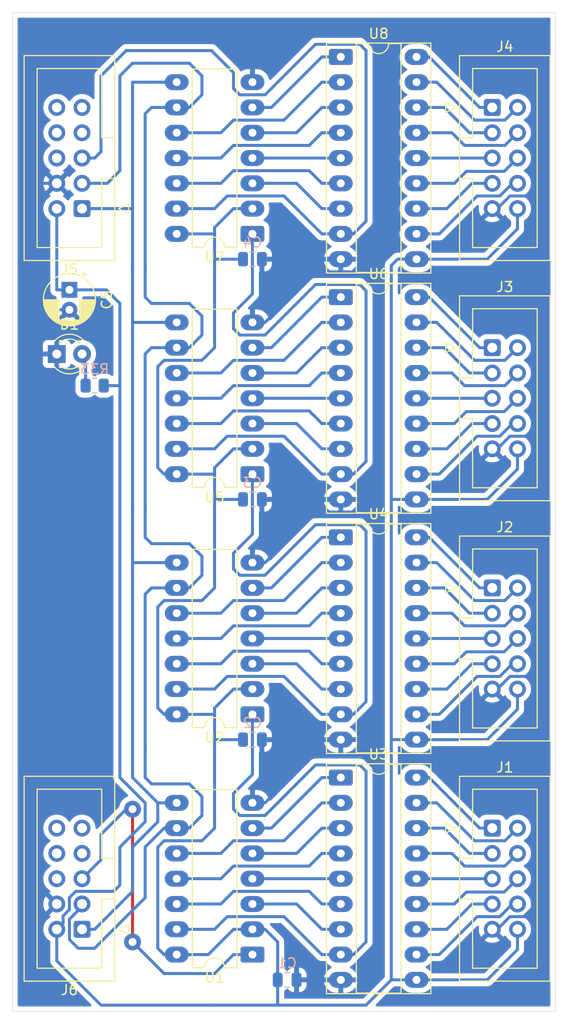
<source format=kicad_pcb>
(kicad_pcb
	(version 20241229)
	(generator "pcbnew")
	(generator_version "9.0")
	(general
		(thickness 1.6)
		(legacy_teardrops no)
	)
	(paper "A4")
	(layers
		(0 "F.Cu" signal)
		(2 "B.Cu" signal)
		(9 "F.Adhes" user "F.Adhesive")
		(11 "B.Adhes" user "B.Adhesive")
		(13 "F.Paste" user)
		(15 "B.Paste" user)
		(5 "F.SilkS" user "F.Silkscreen")
		(7 "B.SilkS" user "B.Silkscreen")
		(1 "F.Mask" user)
		(3 "B.Mask" user)
		(17 "Dwgs.User" user "User.Drawings")
		(19 "Cmts.User" user "User.Comments")
		(21 "Eco1.User" user "User.Eco1")
		(23 "Eco2.User" user "User.Eco2")
		(25 "Edge.Cuts" user)
		(27 "Margin" user)
		(31 "F.CrtYd" user "F.Courtyard")
		(29 "B.CrtYd" user "B.Courtyard")
		(35 "F.Fab" user)
		(33 "B.Fab" user)
		(39 "User.1" user)
		(41 "User.2" user)
		(43 "User.3" user)
		(45 "User.4" user)
	)
	(setup
		(pad_to_mask_clearance 0)
		(allow_soldermask_bridges_in_footprints no)
		(tenting front back)
		(pcbplotparams
			(layerselection 0x00000000_00000000_55555555_55555554)
			(plot_on_all_layers_selection 0x00000000_00000000_00000000_02000000)
			(disableapertmacros no)
			(usegerberextensions no)
			(usegerberattributes yes)
			(usegerberadvancedattributes yes)
			(creategerberjobfile yes)
			(dashed_line_dash_ratio 12.000000)
			(dashed_line_gap_ratio 3.000000)
			(svgprecision 4)
			(plotframeref no)
			(mode 1)
			(useauxorigin no)
			(hpglpennumber 1)
			(hpglpenspeed 20)
			(hpglpendiameter 15.000000)
			(pdf_front_fp_property_popups yes)
			(pdf_back_fp_property_popups yes)
			(pdf_metadata yes)
			(pdf_single_document no)
			(dxfpolygonmode yes)
			(dxfimperialunits yes)
			(dxfusepcbnewfont yes)
			(psnegative no)
			(psa4output no)
			(plot_black_and_white yes)
			(plotinvisibletext no)
			(sketchpadsonfab no)
			(plotpadnumbers no)
			(hidednponfab no)
			(sketchdnponfab yes)
			(crossoutdnponfab yes)
			(subtractmaskfromsilk no)
			(outputformat 4)
			(mirror no)
			(drillshape 2)
			(scaleselection 1)
			(outputdirectory "")
		)
	)
	(net 0 "")
	(net 1 "GND")
	(net 2 "+5V")
	(net 3 "Net-(J1-Pin_5)")
	(net 4 "Net-(J1-Pin_3)")
	(net 5 "Net-(J1-Pin_8)")
	(net 6 "Net-(J1-Pin_7)")
	(net 7 "Net-(J1-Pin_4)")
	(net 8 "Net-(J1-Pin_1)")
	(net 9 "Net-(J1-Pin_2)")
	(net 10 "Net-(J1-Pin_6)")
	(net 11 "Net-(J2-Pin_4)")
	(net 12 "Net-(J2-Pin_6)")
	(net 13 "Net-(J2-Pin_1)")
	(net 14 "Net-(J2-Pin_3)")
	(net 15 "Net-(J2-Pin_7)")
	(net 16 "Net-(J2-Pin_8)")
	(net 17 "Net-(J2-Pin_5)")
	(net 18 "Net-(J2-Pin_2)")
	(net 19 "Net-(J3-Pin_4)")
	(net 20 "Net-(J3-Pin_8)")
	(net 21 "Net-(J3-Pin_2)")
	(net 22 "Net-(J3-Pin_7)")
	(net 23 "Net-(J3-Pin_1)")
	(net 24 "Net-(J3-Pin_5)")
	(net 25 "Net-(J3-Pin_6)")
	(net 26 "Net-(J3-Pin_3)")
	(net 27 "Net-(J4-Pin_4)")
	(net 28 "Net-(J4-Pin_2)")
	(net 29 "Net-(J4-Pin_6)")
	(net 30 "Net-(J4-Pin_8)")
	(net 31 "Net-(J4-Pin_1)")
	(net 32 "Net-(J4-Pin_5)")
	(net 33 "Net-(J4-Pin_7)")
	(net 34 "Net-(J4-Pin_3)")
	(net 35 "unconnected-(J5-Pin_7-Pad7)")
	(net 36 "unconnected-(J5-Pin_8-Pad8)")
	(net 37 "/CH 1/~{RST}")
	(net 38 "/CH 4/OUT")
	(net 39 "/CH 1/CLK")
	(net 40 "unconnected-(J5-Pin_6-Pad6)")
	(net 41 "unconnected-(J5-Pin_10-Pad10)")
	(net 42 "unconnected-(J5-Pin_9-Pad9)")
	(net 43 "/CH 1/IN")
	(net 44 "unconnected-(J6-Pin_9-Pad9)")
	(net 45 "unconnected-(J6-Pin_8-Pad8)")
	(net 46 "unconnected-(J6-Pin_7-Pad7)")
	(net 47 "unconnected-(J6-Pin_10-Pad10)")
	(net 48 "unconnected-(J6-Pin_6-Pad6)")
	(net 49 "/CH 1/OUT")
	(net 50 "/CH 2/OUT")
	(net 51 "/CH 3/OUT")
	(net 52 "Net-(U1-Q3)")
	(net 53 "Net-(U1-Q2)")
	(net 54 "Net-(U1-Q4)")
	(net 55 "Net-(U2-Q2)")
	(net 56 "Net-(U2-Q3)")
	(net 57 "Net-(U2-Q4)")
	(net 58 "Net-(U5-Q3)")
	(net 59 "Net-(U5-Q4)")
	(net 60 "Net-(U5-Q2)")
	(net 61 "Net-(U7-Q4)")
	(net 62 "Net-(U7-Q3)")
	(net 63 "Net-(U7-Q2)")
	(net 64 "Net-(U1-Q1)")
	(net 65 "Net-(U1-Q5)")
	(net 66 "Net-(U2-Q5)")
	(net 67 "Net-(U2-Q1)")
	(net 68 "Net-(U5-Q5)")
	(net 69 "Net-(U5-Q1)")
	(net 70 "Net-(U7-Q1)")
	(net 71 "Net-(U7-Q5)")
	(net 72 "Net-(U1-Q0)")
	(net 73 "Net-(U1-Q6)")
	(net 74 "Net-(U2-Q0)")
	(net 75 "Net-(U2-Q6)")
	(net 76 "Net-(U5-Q0)")
	(net 77 "Net-(U5-Q6)")
	(net 78 "Net-(U7-Q0)")
	(net 79 "Net-(U7-Q6)")
	(net 80 "Net-(D1-A)")
	(footprint "Connector_IDC:IDC-Header_2x05_P2.54mm_Vertical" (layer "F.Cu") (at 151.13 62.865))
	(footprint "Connector_IDC:IDC-Header_2x05_P2.54mm_Vertical" (layer "F.Cu") (at 109.855 73.025 180))
	(footprint "Package_DIP:DIP-14_W7.62mm_LongPads" (layer "F.Cu") (at 127 75.565 180))
	(footprint "Connector_IDC:IDC-Header_2x05_P2.54mm_Vertical" (layer "F.Cu") (at 151.13 135.255))
	(footprint "Capacitor_THT:CP_Radial_D5.0mm_P2.00mm" (layer "F.Cu") (at 108.585 81.185 -90))
	(footprint "Package_DIP:DIP-14_W7.62mm_LongPads" (layer "F.Cu") (at 127 123.825 180))
	(footprint "Package_DIP:DIP-18_W7.62mm_Socket_LongPads" (layer "F.Cu") (at 135.89 81.915))
	(footprint "Package_DIP:DIP-14_W7.62mm_LongPads" (layer "F.Cu") (at 127 99.695 180))
	(footprint "LED_THT:LED_D3.0mm" (layer "F.Cu") (at 107.315 87.63))
	(footprint "Package_DIP:DIP-18_W7.62mm_Socket_LongPads" (layer "F.Cu") (at 135.89 57.785))
	(footprint "Package_DIP:DIP-14_W7.62mm_LongPads" (layer "F.Cu") (at 127 147.955 180))
	(footprint "Package_DIP:DIP-18_W7.62mm_Socket_LongPads" (layer "F.Cu") (at 135.89 130.175))
	(footprint "Package_DIP:DIP-18_W7.62mm_Socket_LongPads" (layer "F.Cu") (at 135.89 106.045))
	(footprint "Connector_IDC:IDC-Header_2x05_P2.54mm_Vertical" (layer "F.Cu") (at 151.13 86.995))
	(footprint "Connector_IDC:IDC-Header_2x05_P2.54mm_Vertical" (layer "F.Cu") (at 151.13 111.125))
	(footprint "Connector_IDC:IDC-Header_2x05_P2.54mm_Vertical" (layer "F.Cu") (at 109.855 145.415 180))
	(footprint "Capacitor_SMD:C_0805_2012Metric" (layer "B.Cu") (at 127 78.105 180))
	(footprint "Capacitor_SMD:C_0805_2012Metric" (layer "B.Cu") (at 130.49 150.495 180))
	(footprint "Capacitor_SMD:C_0805_2012Metric" (layer "B.Cu") (at 127 102.235 180))
	(footprint "Capacitor_SMD:C_0805_2012Metric" (layer "B.Cu") (at 127 126.365 180))
	(footprint "Resistor_SMD:R_0805_2012Metric" (layer "B.Cu") (at 111.125 90.805 180))
	(gr_rect
		(start 102.87 53.34)
		(end 157.48 153.67)
		(stroke
			(width 0.05)
			(type default)
		)
		(fill no)
		(layer "Edge.Cuts")
		(uuid "9fe8dc95-d5e5-4319-9e81-7391572a23a7")
	)
	(segment
		(start 138.43 150.495)
		(end 139.7 149.225)
		(width 0.3)
		(layer "B.Cu")
		(net 1)
		(uuid "004347d4-cf2c-416c-9cb6-5127f6fb9b2e")
	)
	(segment
		(start 111.76 55.245)
		(end 105.41 61.595)
		(width 0.3)
		(layer "B.Cu")
		(net 1)
		(uuid "0d69be38-7c9b-415f-837b-f38386bc9707")
	)
	(segment
		(start 155.575 56.515)
		(end 155.575 71.755)
		(width 0.3)
		(layer "B.Cu")
		(net 1)
		(uuid "0e94e47b-ff7a-476f-a4b0-b0b72d3eb7c9")
	)
	(segment
		(start 152.908 144.145)
		(end 154.305 144.145)
		(width 0.3)
		(layer "B.Cu")
		(net 1)
		(uuid "0f4630d0-4a01-45bb-8f83-5aa414bb610f")
	)
	(segment
		(start 151.13 121.285)
		(end 151.638 121.285)
		(width 0.3)
		(layer "B.Cu")
		(net 1)
		(uuid "130fe4b7-5820-4827-b9e3-bc48da052a3f")
	)
	(segment
		(start 151.13 73.025)
		(end 151.638 73.025)
		(width 0.3)
		(layer "B.Cu")
		(net 1)
		(uuid "130fe4b7-5820-4827-b9e3-bc48da052a3f")
	)
	(segment
		(start 151.13 97.155)
		(end 151.638 97.155)
		(width 0.3)
		(layer "B.Cu")
		(net 1)
		(uuid "130fe4b7-5820-4827-b9e3-bc48da052a3f")
	)
	(segment
		(start 105.41 70.485)
		(end 107.315 70.485)
		(width 0.3)
		(layer "B.Cu")
		(net 1)
		(uuid "19e2c77b-6620-4b6c-8e3f-66d27f4e3bdc")
	)
	(segment
		(start 107.315 142.875)
		(end 105.41 140.97)
		(width 0.3)
		(layer "B.Cu")
		(net 1)
		(uuid "1c8d075f-d2f0-47ea-ac96-7b50470d6a60")
	)
	(segment
		(start 155.575 120.015)
		(end 155.575 102.87)
		(width 0.3)
		(layer "B.Cu")
		(net 1)
		(uuid "1f66b437-5a13-4e25-8e9e-b747af4ce0d8")
	)
	(segment
		(start 155.575 95.885)
		(end 155.575 78.74)
		(width 0.3)
		(layer "B.Cu")
		(net 1)
		(uuid "1f66b437-5a13-4e25-8e9e-b747af4ce0d8")
	)
	(segment
		(start 131.125 150.495)
		(end 135.89 150.495)
		(width 0.3)
		(layer "B.Cu")
		(net 1)
		(uuid "232c1006-58b0-4f93-8c24-af30e94b58e5")
	)
	(segment
		(start 154.305 144.145)
		(end 155.575 142.875)
		(width 0.3)
		(layer "B.Cu")
		(net 1)
		(uuid "2a0b3a77-b344-4b66-a1cc-18090f244c86")
	)
	(segment
		(start 127 55.245)
		(end 127 60.325)
		(width 0.3)
		(layer "B.Cu")
		(net 1)
		(uuid "2e705862-c951-4b7a-80d2-934fc9a007ab")
	)
	(segment
		(start 105.41 83.185)
		(end 105.41 70.485)
		(width 0.3)
		(layer "B.Cu")
		(net 1)
		(uuid "36fdb14d-c79b-474c-aec4-6d59f1486fe3")
	)
	(segment
		(start 139.7 103.505)
		(end 139.7 102.87)
		(width 0.3)
		(layer "B.Cu")
		(net 1)
		(uuid "58d628f2-7a0d-4fd4-a98a-7da297f05af2")
	)
	(segment
		(start 139.7 79.375)
		(end 139.7 78.74)
		(width 0.3)
		(layer "B.Cu")
		(net 1)
		(uuid "58d628f2-7a0d-4fd4-a98a-7da297f05af2")
	)
	(segment
		(start 135.89 126.365)
		(end 139.7 126.365)
		(width 0.3)
		(layer "B.Cu")
		(net 1)
		(uuid "5a324962-fee3-4b7f-93c6-52779872f317")
	)
	(segment
		(start 135.89 78.105)
		(end 139.7 78.105)
		(width 0.3)
		(layer "B.Cu")
		(net 1)
		(uuid "5a324962-fee3-4b7f-93c6-52779872f317")
	)
	(segment
		(start 135.89 102.235)
		(end 139.7 102.235)
		(width 0.3)
		(layer "B.Cu")
		(net 1)
		(uuid "5a324962-fee3-4b7f-93c6-52779872f317")
	)
	(segment
		(start 139.7 78.105)
		(end 139.7 55.245)
		(width 0.3)
		(layer "B.Cu")
		(net 1)
		(uuid "5d54b882-9744-4d52-a82f-1e475e18cb97")
	)
	(segment
		(start 139.7 78.105)
		(end 139.7 79.375)
		(width 0.3)
		(layer "B.Cu")
		(net 1)
		(uuid "5e632429-f2a4-49c8-9117-ab21017504c9")
	)
	(segment
		(start 139.7 102.235)
		(end 139.7 103.505)
		(width 0.3)
		(layer "B.Cu")
		(net 1)
		(uuid "5e632429-f2a4-49c8-9117-ab21017504c9")
	)
	(segment
		(start 138.43 103.505)
		(end 133.35 103.505)
		(width 0.3)
		(layer "B.Cu")
		(net 1)
		(uuid "6693d716-ffa2-4cf7-a95c-da7ebded0e1b")
	)
	(segment
		(start 138.43 79.375)
		(end 133.35 79.375)
		(width 0.3)
		(layer "B.Cu")
		(net 1)
		(uuid "6693d716-ffa2-4cf7-a95c-da7ebded0e1b")
	)
	(segment
		(start 105.41 87.63)
		(end 105.41 83.185)
		(width 0.3)
		(layer "B.Cu")
		(net 1)
		(uuid "6cbc6b18-860b-46bf-94fa-f453891a923c")
	)
	(segment
		(start 152.908 120.015)
		(end 154.305 120.015)
		(width 0.3)
		(layer "B.Cu")
		(net 1)
		(uuid "771d4182-315d-42d1-831d-171c987ccc28")
	)
	(segment
		(start 152.908 71.755)
		(end 154.305 71.755)
		(width 0.3)
		(layer "B.Cu")
		(net 1)
		(uuid "771d4182-315d-42d1-831d-171c987ccc28")
	)
	(segment
		(start 152.908 95.885)
		(end 154.305 95.885)
		(width 0.3)
		(layer "B.Cu")
		(net 1)
		(uuid "771d4182-315d-42d1-831d-171c987ccc28")
	)
	(segment
		(start 105.41 140.97)
		(end 105.41 87.63)
		(width 0.3)
		(layer "B.Cu")
		(net 1)
		(uuid "829aede8-a89e-436e-b052-f6f9add59211")
	)
	(segment
		(start 107.315 87.63)
		(end 105.41 87.63)
		(width 0.3)
		(layer "B.Cu")
		(net 1)
		(uuid "9432eed3-e5c9-4475-b1a9-ee2aa1fcb337")
	)
	(segment
		(start 155.575 142.875)
		(end 155.575 127)
		(width 0.3)
		(layer "B.Cu")
		(net 1)
		(uuid "9a02c9ac-f5de-449c-8ea0-816cd9fefd64")
	)
	(segment
		(start 127.95 78.105)
		(end 135.89 78.105)
		(width 0.3)
		(layer "B.Cu")
		(net 1)
		(uuid "a37720ba-5640-494d-940b-1ba72e4db84e")
	)
	(segment
		(start 127.95 126.365)
		(end 135.89 126.365)
		(width 0.3)
		(layer "B.Cu")
		(net 1)
		(uuid "a37720ba-5640-494d-940b-1ba72e4db84e")
	)
	(segment
		(start 127.95 102.235)
		(end 135.89 102.235)
		(width 0.3)
		(layer "B.Cu")
		(net 1)
		(uuid "a37720ba-5640-494d-940b-1ba72e4db84e")
	)
	(segment
		(start 155.575 120.015)
		(end 155.575 127.635)
		(width 0.3)
		(layer "B.Cu")
		(net 1)
		(uuid "b066ff46-20ad-462e-9a50-8d58865b1671")
	)
	(segment
		(start 155.575 71.755)
		(end 155.575 79.375)
		(width 0.3)
		(layer "B.Cu")
		(net 1)
		(uuid "b066ff46-20ad-462e-9a50-8d58865b1671")
	)
	(segment
		(start 155.575 95.885)
		(end 155.575 103.505)
		(width 0.3)
		(layer "B.Cu")
		(net 1)
		(uuid "b066ff46-20ad-462e-9a50-8d58865b1671")
	)
	(segment
		(start 128.27 108.585)
		(end 127 108.585)
		(width 0.3)
		(layer "B.Cu")
		(net 1)
		(uuid "b11da6ad-254e-4e67-898d-94a575e6f491")
	)
	(segment
		(start 128.27 132.715)
		(end 127 132.715)
		(width 0.3)
		(layer "B.Cu")
		(net 1)
		(uuid "b11da6ad-254e-4e67-898d-94a575e6f491")
	)
	(segment
		(start 128.27 84.455)
		(end 127 84.455)
		(width 0.3)
		(layer "B.Cu")
		(net 1)
		(uuid "b11da6ad-254e-4e67-898d-94a575e6f491")
	)
	(segment
		(start 133.35 103.505)
		(end 128.27 108.585)
		(width 0.3)
		(layer "B.Cu")
		(net 1)
		(uuid "b296af63-54ff-437f-b831-0e2aefde089b")
	)
	(segment
		(start 133.35 127.635)
		(end 128.27 132.715)
		(width 0.3)
		(layer "B.Cu")
		(net 1)
		(uuid "b296af63-54ff-437f-b831-0e2aefde089b")
	)
	(segment
		(start 133.35 79.375)
		(end 128.27 84.455)
		(width 0.3)
		(layer "B.Cu")
		(net 1)
		(uuid "b296af63-54ff-437f-b831-0e2aefde089b")
	)
	(segment
		(start 151.638 145.415)
		(end 152.908 144.145)
		(width 0.3)
		(layer "B.Cu")
		(net 1)
		(uuid "b62ba088-629f-40e4-a3b5-24e11bfca915")
	)
	(segment
		(start 151.638 121.285)
		(end 152.908 120.015)
		(width 0.3)
		(layer "B.Cu")
		(net 1)
		(uuid "b9f432aa-56e2-4999-b25c-248c42a56c54")
	)
	(segment
		(start 151.638 73.025)
		(end 152.908 71.755)
		(width 0.3)
		(layer "B.Cu")
		(net 1)
		(uuid "b9f432aa-56e2-4999-b25c-248c42a56c54")
	)
	(segment
		(start 151.638 97.155)
		(end 152.908 95.885)
		(width 0.3)
		(layer "B.Cu")
		(net 1)
		(uuid "b9f432aa-56e2-4999-b25c-248c42a56c54")
	)
	(segment
		(start 105.41 83.185)
		(end 108.585 83.185)
		(width 0.3)
		(layer "B.Cu")
		(net 1)
		(uuid "bbf3169c-e418-4888-a53d-66a85c5996d0")
	)
	(segment
		(start 139.7 55.245)
		(end 154.305 55.245)
		(width 0.3)
		(layer "B.Cu")
		(net 1)
		(uuid "c06be7b8-5114-4d6a-ae42-d08862398aa6")
	)
	(segment
		(start 105.41 61.595)
		(end 105.41 70.485)
		(width 0.3)
		(layer "B.Cu")
		(net 1)
		(uuid "c37728e6-38fc-4393-be0a-1167f40e929f")
	)
	(segment
		(start 135.89 150.495)
		(end 138.43 150.495)
		(width 0.3)
		(layer "B.Cu")
		(net 1)
		(uuid "c6c7627a-aaaf-41bb-bbcf-147a6f189c89")
	)
	(segment
		(start 139.7 55.245)
		(end 111.76 55.245)
		(width 0.3)
		(layer "B.Cu")
		(net 1)
		(uuid "d6fdbf86-2df5-4036-81c3-1fc64b5e2dbd")
	)
	(segment
		(start 154.305 71.755)
		(end 155.575 71.755)
		(width 0.3)
		(layer "B.Cu")
		(net 1)
		(uuid "e42e014f-7b60-423c-9e58-5e4089294bae")
	)
	(segment
		(start 154.305 120.015)
		(end 155.575 120.015)
		(width 0.3)
		(layer "B.Cu")
		(net 1)
		(uuid "e42e014f-7b60-423c-9e58-5e4089294bae")
	)
	(segment
		(start 154.305 95.885)
		(end 155.575 95.885)
		(width 0.3)
		(layer "B.Cu")
		(net 1)
		(uuid "e42e014f-7b60-423c-9e58-5e4089294bae")
	)
	(segment
		(start 139.7 103.505)
		(end 138.43 103.505)
		(width 0.3)
		(layer "B.Cu")
		(net 1)
		(uuid "e88f34a5-59ce-4e32-8a79-66c5af325748")
	)
	(segment
		(start 139.7 79.375)
		(end 138.43 79.375)
		(width 0.3)
		(layer "B.Cu")
		(net 1)
		(uuid "e88f34a5-59ce-4e32-8a79-66c5af325748")
	)
	(segment
		(start 151.13 145.415)
		(end 151.638 145.415)
		(width 0.3)
		(layer "B.Cu")
		(net 1)
		(uuid "ec62123f-f223-489b-a40c-a80c24c80b7d")
	)
	(segment
		(start 154.305 55.245)
		(end 155.575 56.515)
		(width 0.3)
		(layer "B.Cu")
		(net 1)
		(uuid "f6b86198-22cb-421d-a930-bdaa767fdf1e")
	)
	(segment
		(start 139.7 149.225)
		(end 139.7 126.365)
		(width 0.3)
		(layer "B.Cu")
		(net 1)
		(uuid "f7357c65-86ac-4685-9ec5-2e2b11bf2c33")
	)
	(segment
		(start 139.7 126.365)
		(end 139.7 103.505)
		(width 0.3)
		(layer "B.Cu")
		(net 1)
		(uuid "f8459f05-dbd7-427b-a467-cbf91620bec3")
	)
	(segment
		(start 139.7 102.235)
		(end 139.7 79.375)
		(width 0.3)
		(layer "B.Cu")
		(net 1)
		(uuid "f8459f05-dbd7-427b-a467-cbf91620bec3")
	)
	(segment
		(start 129.54 146.685)
		(end 128.27 145.415)
		(width 0.3)
		(layer "B.Cu")
		(net 2)
		(uuid "05dc4f44-4357-41e0-bca0-715d1c0776e2")
	)
	(segment
		(start 108.585 81.185)
		(end 107.315 81.185)
		(width 0.3)
		(layer "B.Cu")
		(net 2)
		(uuid "07120043-1bc0-41e4-a102-28d95c6977ff")
	)
	(segment
		(start 112.3 81.185)
		(end 108.585 81.185)
		(width 0.3)
		(layer "B.Cu")
		(net 2)
		(uuid "0cf1e6bc-ea50-45c1-9ae3-fad5da7a34f6")
	)
	(segment
		(start 119.38 147.955)
		(end 122.555 147.955)
		(width 0.3)
		(layer "B.Cu")
		(net 2)
		(uuid "0dd43c1f-4914-47ae-bb59-d575dc50c027")
	)
	(segment
		(start 117.475 113.03)
		(end 118.11 112.395)
		(width 0.3)
		(layer "B.Cu")
		(net 2)
		(uuid "1008e7ef-4503-45a5-b629-a1399d5e41bb")
	)
	(segment
		(start 117.475 137.16)
		(end 118.11 136.525)
		(width 0.3)
		(layer "B.Cu")
		(net 2)
		(uuid "1008e7ef-4503-45a5-b629-a1399d5e41bb")
	)
	(segment
		(start 117.475 88.9)
		(end 118.11 88.265)
		(width 0.3)
		(layer "B.Cu")
		(net 2)
		(uuid "1008e7ef-4503-45a5-b629-a1399d5e41bb")
	)
	(segment
		(start 125.095 145.415)
		(end 127 145.415)
		(width 0.3)
		(layer "B.Cu")
		(net 2)
		(uuid "1f9589bd-03f4-46bb-b398-1aec0f3e1ddd")
	)
	(segment
		(start 107.315 145.415)
		(end 107.315 148.59)
		(width 0.3)
		(layer "B.Cu")
		(net 2)
		(uuid "30185d85-1c12-4fef-a02a-2b15d7fec8ff")
	)
	(segment
		(start 107.315 148.59)
		(end 111.76 153.035)
		(width 0.3)
		(layer "B.Cu")
		(net 2)
		(uuid "330b851c-c608-413a-bc9c-9de9a36e2f6e")
	)
	(segment
		(start 123.19 123.19)
		(end 125.095 121.285)
		(width 0.3)
		(layer "B.Cu")
		(net 2)
		(uuid "393faf4b-e9af-4c0c-ac91-5b54c913f2b2")
	)
	(segment
		(start 123.19 74.93)
		(end 125.095 73.025)
		(width 0.3)
		(layer "B.Cu")
		(net 2)
		(uuid "393faf4b-e9af-4c0c-ac91-5b54c913f2b2")
	)
	(segment
		(start 123.19 99.06)
		(end 125.095 97.155)
		(wid
... [166848 chars truncated]
</source>
